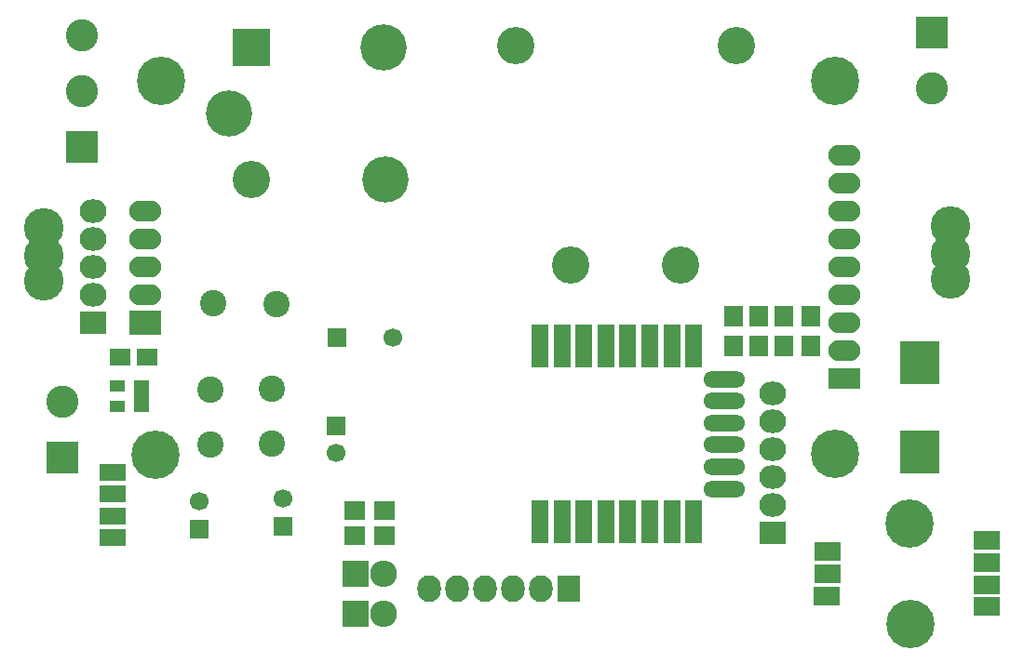
<source format=gbr>
G04 #@! TF.FileFunction,Soldermask,Bot*
%FSLAX46Y46*%
G04 Gerber Fmt 4.6, Leading zero omitted, Abs format (unit mm)*
G04 Created by KiCad (PCBNEW 4.0.4-stable) date 02/12/17 18:05:12*
%MOMM*%
%LPD*%
G01*
G04 APERTURE LIST*
%ADD10C,0.100000*%
%ADD11C,4.400000*%
%ADD12R,2.400000X1.700000*%
%ADD13C,3.600000*%
%ADD14R,1.500000X3.900000*%
%ADD15O,3.800000X1.500000*%
%ADD16C,2.400000*%
%ADD17C,4.210000*%
%ADD18R,3.400000X3.400000*%
%ADD19C,3.400000*%
%ADD20R,1.700000X1.900000*%
%ADD21R,1.900000X1.700000*%
%ADD22R,1.900000X1.650000*%
%ADD23R,3.600000X4.000000*%
%ADD24R,2.400000X1.500000*%
%ADD25O,2.900000X1.900000*%
%ADD26R,2.900000X2.200000*%
%ADD27R,2.900000X1.900000*%
%ADD28R,2.940000X2.940000*%
%ADD29C,2.940000*%
%ADD30R,2.432000X2.127200*%
%ADD31O,2.432000X2.127200*%
%ADD32C,2.398980*%
%ADD33R,1.460000X1.050000*%
%ADD34R,1.700000X1.700000*%
%ADD35C,1.700000*%
%ADD36R,2.127200X2.432000*%
%ADD37O,2.127200X2.432000*%
%ADD38R,2.432000X2.432000*%
%ADD39O,2.432000X2.432000*%
G04 APERTURE END LIST*
D10*
D11*
X203111100Y-117640100D03*
D12*
X195541900Y-111048800D03*
X195541900Y-113055400D03*
X195491100Y-115062000D03*
X210070700Y-116027200D03*
X210070700Y-114046000D03*
X210070700Y-112039400D03*
X210070700Y-110032800D03*
D11*
X203073000Y-108496100D03*
D13*
X124333000Y-81534000D03*
X124333000Y-86360000D03*
X124333000Y-84074000D03*
X206756000Y-83947000D03*
X206756000Y-86233000D03*
D14*
X169418000Y-92329000D03*
X171418000Y-92329000D03*
X173418000Y-92329000D03*
X175418000Y-92329000D03*
X177418000Y-92329000D03*
X179418000Y-92329000D03*
X181418000Y-92329000D03*
X183418000Y-92329000D03*
D15*
X186184000Y-95335000D03*
X186184000Y-97335000D03*
X186184000Y-99335000D03*
X186184000Y-101335000D03*
X186184000Y-103335000D03*
X186184000Y-105335000D03*
D14*
X183418000Y-108361000D03*
X181418000Y-108361000D03*
X179418000Y-108361000D03*
X177418000Y-108361000D03*
X175418000Y-108361000D03*
X173418000Y-108361000D03*
X171418000Y-108361000D03*
X169418000Y-108361000D03*
D16*
X139712700Y-88468200D03*
X145427700Y-88506300D03*
D17*
X155354000Y-77151000D03*
D18*
X143154000Y-65151000D03*
D17*
X155194000Y-65151000D03*
D19*
X143154000Y-77151000D03*
D17*
X141154000Y-71151000D03*
D20*
X194056000Y-89582000D03*
X194056000Y-92282000D03*
D21*
X152574000Y-109601000D03*
X155274000Y-109601000D03*
D22*
X133711000Y-93345000D03*
X131211000Y-93345000D03*
D23*
X203962000Y-102017000D03*
X203962000Y-93817000D03*
D24*
X130568700Y-109804200D03*
X130568700Y-107823000D03*
X130568700Y-105816400D03*
X130568700Y-103809800D03*
D25*
X133525260Y-80078580D03*
X133525260Y-82618580D03*
X133525260Y-85158580D03*
X133525260Y-87698580D03*
D26*
X133525260Y-90238580D03*
D27*
X197129400Y-95313500D03*
D25*
X197129400Y-92773500D03*
X197129400Y-90233500D03*
X197129400Y-87693500D03*
X197129400Y-85153500D03*
X197129400Y-82613500D03*
X197129400Y-80073500D03*
X197129400Y-77533500D03*
X197129400Y-74993500D03*
D11*
X134418000Y-102235000D03*
X196226500Y-102108000D03*
X134926000Y-68156000D03*
X196226500Y-68156000D03*
D28*
X127762000Y-74168000D03*
D29*
X127762000Y-69088000D03*
X127762000Y-64008000D03*
D28*
X125984000Y-102489000D03*
D29*
X125984000Y-97409000D03*
D28*
X205105000Y-63754000D03*
D29*
X205105000Y-68834000D03*
D30*
X128778000Y-90170000D03*
D31*
X128778000Y-87630000D03*
X128778000Y-85090000D03*
X128778000Y-82550000D03*
X128778000Y-80010000D03*
D20*
X187071000Y-89582000D03*
X187071000Y-92282000D03*
X189357000Y-89582000D03*
X189357000Y-92282000D03*
X191643000Y-89582000D03*
X191643000Y-92282000D03*
D21*
X155274000Y-107315000D03*
X152574000Y-107315000D03*
D32*
X139446000Y-101305360D03*
X139446000Y-96304100D03*
X145034000Y-101178360D03*
X145034000Y-96177100D03*
D33*
X133180000Y-95951000D03*
X133180000Y-96901000D03*
X133180000Y-97851000D03*
X130980000Y-97851000D03*
X130980000Y-95951000D03*
D19*
X182247000Y-84984000D03*
X172247000Y-84984000D03*
X187247000Y-64984000D03*
X167247000Y-64984000D03*
D34*
X151003000Y-91567000D03*
D35*
X156003000Y-91567000D03*
D34*
X150876000Y-99568000D03*
D35*
X150876000Y-102068000D03*
D34*
X146050000Y-108712000D03*
D35*
X146050000Y-106212000D03*
D34*
X138430000Y-108966000D03*
D35*
X138430000Y-106466000D03*
D36*
X172085000Y-114427000D03*
D37*
X169545000Y-114427000D03*
X167005000Y-114427000D03*
X164465000Y-114427000D03*
X161925000Y-114427000D03*
X159385000Y-114427000D03*
D38*
X152654000Y-113030000D03*
D39*
X155194000Y-113030000D03*
D38*
X152654000Y-116713000D03*
D39*
X155194000Y-116713000D03*
D13*
X206756000Y-81407000D03*
D30*
X190627000Y-109347000D03*
D31*
X190627000Y-106807000D03*
X190627000Y-104267000D03*
X190627000Y-101727000D03*
X190627000Y-99187000D03*
X190627000Y-96647000D03*
M02*

</source>
